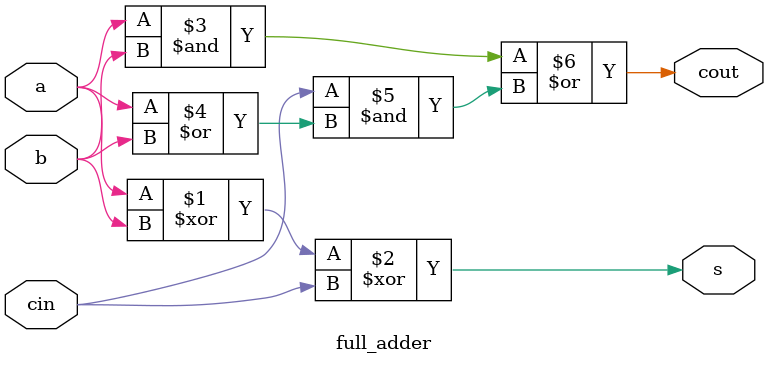
<source format=v>

`ifndef _full_adder
`define _full_adder

module full_adder(input a, b, cin, output s, cout);
	assign s = a ^ b ^ cin;
	assign cout = (a & b) | (cin & (a | b));
endmodule

`endif

</source>
